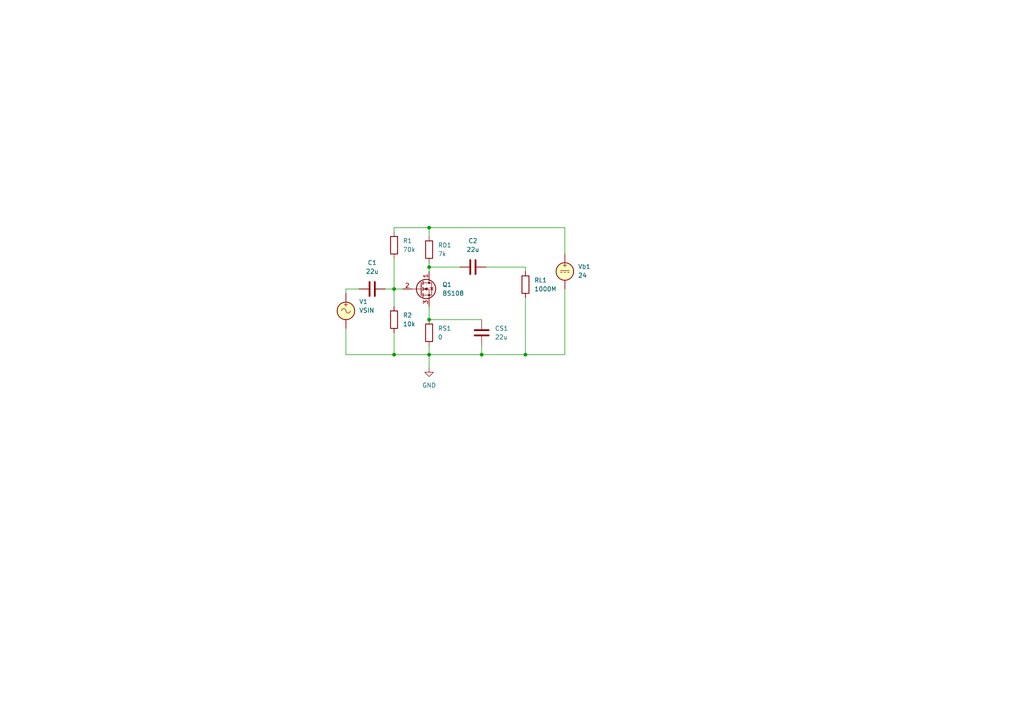
<source format=kicad_sch>
(kicad_sch (version 20231120) (generator "eeschema") (generator_version "8.0")
  (paper "A4")
  (lib_symbols
    (symbol "Device:C" (pin_numbers hide) (pin_names (offset 0.254))
      (property "Reference" "C" (at 0.635 2.54 0))
      (property "Value" "C" (at 0.635 -2.54 0))
      (symbol "C_0_1"
        (polyline (pts (xy -2.032 -0.762) (xy 2.032 -0.762)) (stroke (width 0.508)))
        (polyline (pts (xy -2.032 0.762) (xy 2.032 0.762)) (stroke (width 0.508)))
      )
      (symbol "C_1_1"
        (pin passive line (at 0 3.81 270) (length 2.794) (name "~") (number "1"))
        (pin passive line (at 0 -3.81 90) (length 2.794) (name "~") (number "2"))
      )
    )
    (symbol "Device:R" (pin_numbers hide) (pin_names (offset 0))
      (property "Reference" "R" (at 2.032 0 90))
      (property "Value" "R" (at 0 0 90))
      (symbol "R_0_1"
        (rectangle (start -1.016 -2.54) (end 1.016 2.54) (stroke (width 0.254)))
      )
      (symbol "R_1_1"
        (pin passive line (at 0 3.81 270) (length 1.27) (name "~") (number "1"))
        (pin passive line (at 0 -3.81 90) (length 1.27) (name "~") (number "2"))
      )
    )
    (symbol "Simulation_SPICE:VDC" (pin_numbers hide) (pin_names (offset 0.0254))
      (property "Reference" "V" (at 2.54 2.54 0))
      (property "Value" "1" (at 2.54 0 0))
      (symbol "VDC_0_0"
        (polyline (pts (xy -1.27 0.254) (xy 1.27 0.254)))
        (polyline (pts (xy -0.762 -0.254) (xy -1.27 -0.254)))
        (polyline (pts (xy 0.254 -0.254) (xy -0.254 -0.254)))
        (polyline (pts (xy 1.27 -0.254) (xy 0.762 -0.254)))
        (text "+" (at 0 1.905 0) (effects (font (size 1.27 1.27))))
      )
      (symbol "VDC_0_1"
        (circle (center 0 0) (radius 2.54) (stroke (width 0.254)) (fill (type background)))
      )
      (symbol "VDC_1_1"
        (pin passive line (at 0 5.08 270) (length 2.54) (name "~") (number "1"))
        (pin passive line (at 0 -5.08 90) (length 2.54) (name "~") (number "2"))
      )
    )
    (symbol "Simulation_SPICE:VSIN" (pin_numbers hide) (pin_names (offset 0.0254))
      (property "Reference" "V" (at 2.54 2.54 0))
      (property "Value" "VSIN" (at 2.54 0 0))
      (property "Sim.Params" "dc=0 ampl=1 f=1k ac=1" (at 2.54 -2.54 0))
      (symbol "VSIN_0_0"
        (arc (start 0 0) (mid -0.635 0.6323) (end -1.27 0))
        (arc (start 0 0) (mid 0.635 -0.6323) (end 1.27 0))
        (text "+" (at 0 1.905 0) (effects (font (size 1.27 1.27))))
      )
      (symbol "VSIN_0_1"
        (circle (center 0 0) (radius 2.54) (stroke (width 0.254)) (fill (type background)))
      )
      (symbol "VSIN_1_1"
        (pin passive line (at 0 5.08 270) (length 2.54) (name "~") (number "1"))
        (pin passive line (at 0 -5.08 90) (length 2.54) (name "~") (number "2"))
      )
    )
    (symbol "Transistor_FET:BS108" (pin_names hide)
      (property "Reference" "Q" (at 5.08 1.905 0))
      (property "Value" "BS108" (at 5.08 0 0))
      (symbol "BS108_0_1"
        (polyline (pts (xy 0.254 0) (xy -2.54 0)))
        (polyline (pts (xy 0.254 1.905) (xy 0.254 -1.905)) (stroke (width 0.254)))
        (polyline (pts (xy 0.762 -1.27) (xy 0.762 -2.286)) (stroke (width 0.254)))
        (polyline (pts (xy 0.762 0.508) (xy 0.762 -0.508)) (stroke (width 0.254)))
        (polyline (pts (xy 0.762 2.286) (xy 0.762 1.27)) (stroke (width 0.254)))
        (polyline (pts (xy 2.54 2.54) (xy 2.54 1.778)))
        (polyline (pts (xy 2.54 -2.54) (xy 2.54 0) (xy 0.762 0)))
        (polyline (pts (xy 0.762 -1.778) (xy 3.302 -1.778) (xy 3.302 1.778) (xy 0.762 1.778)))
        (polyline (pts (xy 1.016 0) (xy 2.032 0.381) (xy 2.032 -0.381) (xy 1.016 0)) (fill (type outline)))
        (polyline (pts (xy 2.794 0.508) (xy 2.921 0.381) (xy 3.683 0.381) (xy 3.81 0.254)))
        (polyline (pts (xy 3.302 0.381) (xy 2.921 -0.254) (xy 3.683 -0.254) (xy 3.302 0.381)))
        (circle (center 1.651 0) (radius 2.794) (stroke (width 0.254)))
        (circle (center 2.54 -1.778) (radius 0.254) (fill (type outline)))
        (circle (center 2.54 1.778) (radius 0.254) (fill (type outline)))
      )
      (symbol "BS108_1_1"
        (pin passive line (at 2.54 5.08 270) (length 2.54) (name "D") (number "1"))
        (pin input line (at -5.08 0 0) (length 2.54) (name "G") (number "2"))
        (pin passive line (at 2.54 -5.08 90) (length 2.54) (name "S") (number "3"))
      )
    )
    (symbol "power:GND" (power) (pin_numbers hide) (pin_names (offset 0) hide)
      (property "Value" "GND" (at 0 -3.81 0))
      (symbol "GND_0_1"
        (polyline (pts (xy 0 0) (xy 0 -1.27) (xy 1.27 -1.27) (xy 0 -2.54) (xy -1.27 -1.27) (xy 0 -1.27)))
      )
      (symbol "GND_1_1"
        (pin power_in line (at 0 0 270) (length 0) (name "~") (number "1"))
      )
    )
  )
  (junction (at 139.7 102.87))
  (junction (at 114.3 102.87))
  (junction (at 114.3 83.82))
  (junction (at 124.46 92.71))
  (junction (at 124.46 102.87))
  (junction (at 124.46 77.47))
  (junction (at 124.46 66.04))
  (junction (at 152.4 102.87))
  (wire (pts (xy 152.4 86.36) (xy 152.4 102.87)))
  (wire (pts (xy 124.46 77.47) (xy 124.46 78.74)))
  (wire (pts (xy 114.3 102.87) (xy 124.46 102.87)))
  (wire (pts (xy 124.46 106.68) (xy 124.46 102.87)))
  (wire (pts (xy 163.83 73.66) (xy 163.83 66.04)))
  (wire (pts (xy 111.76 83.82) (xy 114.3 83.82)))
  (wire (pts (xy 124.46 76.2) (xy 124.46 77.47)))
  (wire (pts (xy 124.46 100.33) (xy 124.46 102.87)))
  (wire (pts (xy 163.83 66.04) (xy 124.46 66.04)))
  (wire (pts (xy 124.46 68.58) (xy 124.46 66.04)))
  (wire (pts (xy 100.33 85.09) (xy 100.33 83.82)))
  (wire (pts (xy 124.46 88.9) (xy 124.46 92.71)))
  (wire (pts (xy 152.4 102.87) (xy 163.83 102.87)))
  (wire (pts (xy 124.46 102.87) (xy 139.7 102.87)))
  (wire (pts (xy 100.33 102.87) (xy 114.3 102.87)))
  (wire (pts (xy 124.46 92.71) (xy 139.7 92.71)))
  (wire (pts (xy 114.3 74.93) (xy 114.3 83.82)))
  (wire (pts (xy 114.3 83.82) (xy 116.84 83.82)))
  (wire (pts (xy 124.46 77.47) (xy 133.35 77.47)))
  (wire (pts (xy 100.33 102.87) (xy 100.33 95.25)))
  (wire (pts (xy 114.3 67.31) (xy 114.3 66.04)))
  (wire (pts (xy 163.83 83.82) (xy 163.83 102.87)))
  (wire (pts (xy 140.97 77.47) (xy 152.4 77.47)))
  (wire (pts (xy 114.3 83.82) (xy 114.3 88.9)))
  (wire (pts (xy 114.3 96.52) (xy 114.3 102.87)))
  (wire (pts (xy 139.7 100.33) (xy 139.7 102.87)))
  (wire (pts (xy 139.7 102.87) (xy 152.4 102.87)))
  (wire (pts (xy 114.3 66.04) (xy 124.46 66.04)))
  (wire (pts (xy 152.4 77.47) (xy 152.4 78.74)))
  (wire (pts (xy 100.33 83.82) (xy 104.14 83.82)))
  (symbol (lib_id "Device:R") (at 152.4 82.55 0) (unit 1)
    (property "Reference" "RL1" (at 154.94 81.2799 0) (effects (justify left)))
    (property "Value" "1000M" (at 154.94 83.8199 0) (effects (justify left)))
    (property "Description" "Resistor" (effects (hide yes)))
  )
  (symbol (lib_id "Simulation_SPICE:VDC") (at 163.83 78.74 0) (unit 1)
    (property "Reference" "Vb1" (at 167.64 77.3401 0) (effects (justify left)))
    (property "Value" "24" (at 167.64 79.8801 0) (effects (justify left)))
    (property "Datasheet" "https://ngspice.sourceforge.io/docs/ngspice-html-manual/manual.xhtml#sec_Independent_Sources_for" (effects (hide yes)))
    (property "Description" "Voltage source, DC" (effects (hide yes)))
    (property "Sim.Pins" "1=+ 2=-" (effects (hide yes)))
    (property "Sim.Type" "DC" (effects (hide yes)))
    (property "Sim.Device" "V" (effects (hide yes)))
  )
  (symbol (lib_id "Device:R") (at 124.46 96.52 0) (unit 1)
    (property "Reference" "RS1" (at 127 95.2499 0) (effects (justify left)))
    (property "Value" "0" (at 127 97.7899 0) (effects (justify left)))
    (property "Description" "Resistor" (effects (hide yes)))
  )
  (symbol (lib_id "Device:C") (at 137.16 77.47 90) (unit 1)
    (property "Reference" "C2" (at 137.16 69.85 90))
    (property "Value" "22u" (at 137.16 72.39 90))
    (property "Description" "Unpolarized capacitor" (effects (hide yes)))
  )
  (symbol (lib_id "Device:C") (at 139.7 96.52 0) (unit 1)
    (property "Reference" "CS1" (at 143.51 95.2499 0) (effects (justify left)))
    (property "Value" "22u" (at 143.51 97.7899 0) (effects (justify left)))
    (property "Description" "Unpolarized capacitor" (effects (hide yes)))
  )
  (symbol (lib_id "Simulation_SPICE:VSIN") (at 100.33 90.17 0) (unit 1)
    (property "Reference" "V1" (at 104.14 87.5001 0) (effects (justify left)))
    (property "Value" "VSIN" (at 104.14 90.0401 0) (effects (justify left)))
    (property "Datasheet" "https://ngspice.sourceforge.io/docs/ngspice-html-manual/manual.xhtml#sec_Independent_Sources_for" (effects (hide yes)))
    (property "Description" "Voltage source, sinusoidal" (effects (hide yes)))
    (property "Sim.Pins" "1=+ 2=-" (effects (hide yes)))
    (property "Sim.Params" "dc=0.1 ampl=0.1 f=1k ac=1" (effects (hide yes)))
    (property "Sim.Type" "SIN" (effects (hide yes)))
    (property "Sim.Device" "V" (effects (hide yes)))
  )
  (symbol (lib_id "Device:R") (at 114.3 92.71 0) (unit 1)
    (property "Reference" "R2" (at 116.84 91.4399 0) (effects (justify left)))
    (property "Value" "10k" (at 116.84 93.9799 0) (effects (justify left)))
    (property "Description" "Resistor" (effects (hide yes)))
  )
  (symbol (lib_id "power:GND") (at 124.46 106.68 0) (unit 1)
    (property "Reference" "#PWR01" (effects (hide yes)))
    (property "Value" "GND" (at 124.46 111.76 0))
    (property "Description" "Power symbol creates a global label with name \"GND\" , ground" (effects (hide yes)))
  )
  (symbol (lib_id "Device:R") (at 124.46 72.39 0) (unit 1)
    (property "Reference" "RD1" (at 127 71.1199 0) (effects (justify left)))
    (property "Value" "7k" (at 127 73.6599 0) (effects (justify left)))
    (property "Description" "Resistor" (effects (hide yes)))
  )
  (symbol (lib_id "Device:R") (at 114.3 71.12 0) (unit 1)
    (property "Reference" "R1" (at 116.84 69.8499 0) (effects (justify left)))
    (property "Value" "70k" (at 116.84 72.3899 0) (effects (justify left)))
    (property "Description" "Resistor" (effects (hide yes)))
  )
  (symbol (lib_id "Transistor_FET:BS108") (at 121.92 83.82 0) (unit 1)
    (property "Reference" "Q1" (at 128.27 82.5499 0) (effects (justify left)))
    (property "Value" "BS108" (at 128.27 85.0899 0) (effects (justify left)))
    (property "Footprint" "Package_TO_SOT_THT:TO-92_Inline" (effects (hide yes)))
    (property "Datasheet" "http://www.redrok.com/MOSFET_BS108_200V_250mA_8O_Vth1.5_TO-92.PDF" (effects (hide yes)))
    (property "Description" "0.25A Id, 200V Vds, N-Channel MOSFET, TO-92" (effects (hide yes)))
    (property "Sim.Device" "NMOS" (effects (hide yes)))
    (property "Sim.Type" "VDMOS" (effects (hide yes)))
    (property "Sim.Pins" "1=D 2=G 3=S" (effects (hide yes)))
    (property "Sim.Params" "vto=1.5 kp=2m lambda=0.01" (effects (hide yes)))
  )
  (symbol (lib_id "Device:C") (at 107.95 83.82 270) (unit 1)
    (property "Reference" "C1" (at 107.95 76.2 90))
    (property "Value" "22u" (at 107.95 78.74 90))
    (property "Description" "Unpolarized capacitor" (effects (hide yes)))
  )
)
</source>
